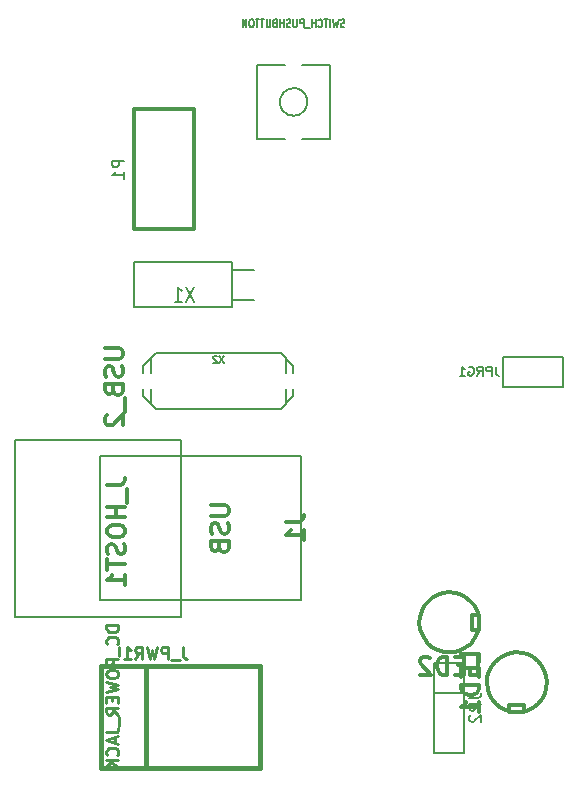
<source format=gbo>
G04 (created by PCBNEW-RS274X (2011-03-30 BZR 2932)-stable) date 28/04/2011 12:56:03 p.m.*
G01*
G70*
G90*
%MOIN*%
G04 Gerber Fmt 3.4, Leading zero omitted, Abs format*
%FSLAX34Y34*%
G04 APERTURE LIST*
%ADD10C,0.006000*%
%ADD11C,0.008000*%
%ADD12C,0.007000*%
%ADD13C,0.005000*%
%ADD14C,0.015000*%
%ADD15C,0.012000*%
%ADD16C,0.005500*%
%ADD17C,0.010000*%
G04 APERTURE END LIST*
G54D10*
G54D11*
X11950Y-17050D02*
X11950Y-15550D01*
X11950Y-15550D02*
X08700Y-15550D01*
X08700Y-15550D02*
X08700Y-17050D01*
X08700Y-17050D02*
X11950Y-17050D01*
X12700Y-16800D02*
X11950Y-16800D01*
X12700Y-15800D02*
X11950Y-15800D01*
G54D12*
X12780Y-08980D02*
X12780Y-11420D01*
X12780Y-11420D02*
X13724Y-11420D01*
X12780Y-08980D02*
X13724Y-08980D01*
X15220Y-11420D02*
X15220Y-08980D01*
X15220Y-08980D02*
X14276Y-08980D01*
X15220Y-11420D02*
X14276Y-11420D01*
G54D11*
X14456Y-10200D02*
X14447Y-10288D01*
X14421Y-10373D01*
X14379Y-10452D01*
X14323Y-10521D01*
X14254Y-10578D01*
X14176Y-10620D01*
X14091Y-10646D01*
X14003Y-10655D01*
X13915Y-10647D01*
X13830Y-10622D01*
X13751Y-10581D01*
X13681Y-10525D01*
X13624Y-10457D01*
X13581Y-10379D01*
X13554Y-10294D01*
X13545Y-10206D01*
X13552Y-10118D01*
X13577Y-10033D01*
X13617Y-09953D01*
X13672Y-09884D01*
X13740Y-09826D01*
X13818Y-09783D01*
X13903Y-09755D01*
X13991Y-09745D01*
X14079Y-09751D01*
X14164Y-09775D01*
X14244Y-09815D01*
X14314Y-09870D01*
X14372Y-09938D01*
X14416Y-10015D01*
X14444Y-10099D01*
X14455Y-10188D01*
X14456Y-10200D01*
G54D13*
X07550Y-26800D02*
X07550Y-22000D01*
X07550Y-22000D02*
X14250Y-22000D01*
X14250Y-22000D02*
X14250Y-26800D01*
X14250Y-26800D02*
X07550Y-26800D01*
G54D14*
X07900Y-32400D02*
X07600Y-32400D01*
X07600Y-32400D02*
X07600Y-29000D01*
X07600Y-29000D02*
X07900Y-29000D01*
X09100Y-32400D02*
X09100Y-29000D01*
X12900Y-32400D02*
X12900Y-29000D01*
X07900Y-29000D02*
X12900Y-29000D01*
X07900Y-32400D02*
X12900Y-32400D01*
G54D10*
X23000Y-19700D02*
X23000Y-18700D01*
X23000Y-18700D02*
X21000Y-18700D01*
X21000Y-18700D02*
X21000Y-19700D01*
X21000Y-19700D02*
X23000Y-19700D01*
X19700Y-28900D02*
X18700Y-28900D01*
X18700Y-28900D02*
X18700Y-31900D01*
X18700Y-31900D02*
X19700Y-31900D01*
X19700Y-31900D02*
X19700Y-28900D01*
X18700Y-29900D02*
X19700Y-29900D01*
G54D11*
X13587Y-20425D02*
X14000Y-20012D01*
X14000Y-20012D02*
X14000Y-19776D01*
X13587Y-18575D02*
X14000Y-18988D01*
X14000Y-18988D02*
X14000Y-19224D01*
X09413Y-20425D02*
X09000Y-20012D01*
X09000Y-20012D02*
X09000Y-19776D01*
X09413Y-18575D02*
X09000Y-18988D01*
X09000Y-18988D02*
X09000Y-19224D01*
X13587Y-18575D02*
X09413Y-18575D01*
X13587Y-20425D02*
X09413Y-20425D01*
X13744Y-20268D02*
X13744Y-19776D01*
X13744Y-18732D02*
X13744Y-19224D01*
X09256Y-18732D02*
X09256Y-19224D01*
X09256Y-20268D02*
X09256Y-19776D01*
X09413Y-20425D02*
X09256Y-20268D01*
X13744Y-20268D02*
X13587Y-20425D01*
X13587Y-18575D02*
X13744Y-18732D01*
X09413Y-18575D02*
X09256Y-18732D01*
G54D15*
X08700Y-10450D02*
X08700Y-14450D01*
X08700Y-14450D02*
X10700Y-14450D01*
X10700Y-14450D02*
X10700Y-10450D01*
X10700Y-10450D02*
X08700Y-10450D01*
G54D13*
X10253Y-21459D02*
X04703Y-21459D01*
X04703Y-27359D02*
X10253Y-27359D01*
X10253Y-21459D02*
X10253Y-27359D01*
X04703Y-21459D02*
X04703Y-27359D01*
G54D15*
X20200Y-27550D02*
X20180Y-27744D01*
X20124Y-27931D01*
X20032Y-28103D01*
X19909Y-28254D01*
X19759Y-28379D01*
X19587Y-28471D01*
X19401Y-28529D01*
X19206Y-28549D01*
X19013Y-28532D01*
X18826Y-28477D01*
X18653Y-28386D01*
X18501Y-28264D01*
X18375Y-28114D01*
X18281Y-27943D01*
X18222Y-27757D01*
X18201Y-27563D01*
X18217Y-27370D01*
X18271Y-27182D01*
X18360Y-27009D01*
X18481Y-26856D01*
X18630Y-26729D01*
X18800Y-26634D01*
X18986Y-26574D01*
X19180Y-26551D01*
X19373Y-26566D01*
X19561Y-26618D01*
X19735Y-26706D01*
X19889Y-26826D01*
X20017Y-26974D01*
X20113Y-27144D01*
X20175Y-27329D01*
X20199Y-27523D01*
X20200Y-27550D01*
X20200Y-27800D02*
X19950Y-27800D01*
X19950Y-27800D02*
X19950Y-27300D01*
X19950Y-27300D02*
X20200Y-27300D01*
X22450Y-29550D02*
X22430Y-29744D01*
X22374Y-29931D01*
X22282Y-30103D01*
X22159Y-30254D01*
X22009Y-30379D01*
X21837Y-30471D01*
X21651Y-30529D01*
X21456Y-30549D01*
X21263Y-30532D01*
X21076Y-30477D01*
X20903Y-30386D01*
X20751Y-30264D01*
X20625Y-30114D01*
X20531Y-29943D01*
X20472Y-29757D01*
X20451Y-29563D01*
X20467Y-29370D01*
X20521Y-29182D01*
X20610Y-29009D01*
X20731Y-28856D01*
X20880Y-28729D01*
X21050Y-28634D01*
X21236Y-28574D01*
X21430Y-28551D01*
X21623Y-28566D01*
X21811Y-28618D01*
X21985Y-28706D01*
X22139Y-28826D01*
X22267Y-28974D01*
X22363Y-29144D01*
X22425Y-29329D01*
X22449Y-29523D01*
X22450Y-29550D01*
X21200Y-30550D02*
X21200Y-30300D01*
X21200Y-30300D02*
X21700Y-30300D01*
X21700Y-30300D02*
X21700Y-30550D01*
G54D10*
X10674Y-16352D02*
X10407Y-16852D01*
X10407Y-16352D02*
X10674Y-16852D01*
X10045Y-16852D02*
X10274Y-16852D01*
X10160Y-16852D02*
X10160Y-16352D01*
X10198Y-16424D01*
X10236Y-16471D01*
X10274Y-16495D01*
G54D16*
X15702Y-07693D02*
X15671Y-07705D01*
X15618Y-07705D01*
X15597Y-07693D01*
X15587Y-07680D01*
X15576Y-07656D01*
X15576Y-07631D01*
X15587Y-07606D01*
X15597Y-07594D01*
X15618Y-07581D01*
X15660Y-07569D01*
X15681Y-07557D01*
X15692Y-07544D01*
X15702Y-07520D01*
X15702Y-07495D01*
X15692Y-07470D01*
X15681Y-07458D01*
X15660Y-07445D01*
X15608Y-07445D01*
X15576Y-07458D01*
X15503Y-07445D02*
X15450Y-07705D01*
X15408Y-07520D01*
X15366Y-07705D01*
X15314Y-07445D01*
X15231Y-07705D02*
X15231Y-07445D01*
X15157Y-07445D02*
X15031Y-07445D01*
X15094Y-07705D02*
X15094Y-07445D01*
X14832Y-07680D02*
X14842Y-07693D01*
X14874Y-07705D01*
X14895Y-07705D01*
X14926Y-07693D01*
X14947Y-07668D01*
X14958Y-07643D01*
X14968Y-07594D01*
X14968Y-07557D01*
X14958Y-07507D01*
X14947Y-07482D01*
X14926Y-07458D01*
X14895Y-07445D01*
X14874Y-07445D01*
X14842Y-07458D01*
X14832Y-07470D01*
X14738Y-07705D02*
X14738Y-07445D01*
X14738Y-07569D02*
X14612Y-07569D01*
X14612Y-07705D02*
X14612Y-07445D01*
X14560Y-07730D02*
X14392Y-07730D01*
X14340Y-07705D02*
X14340Y-07445D01*
X14256Y-07445D01*
X14235Y-07458D01*
X14224Y-07470D01*
X14214Y-07495D01*
X14214Y-07532D01*
X14224Y-07557D01*
X14235Y-07569D01*
X14256Y-07581D01*
X14340Y-07581D01*
X14120Y-07445D02*
X14120Y-07656D01*
X14109Y-07680D01*
X14099Y-07693D01*
X14078Y-07705D01*
X14036Y-07705D01*
X14015Y-07693D01*
X14004Y-07680D01*
X13994Y-07656D01*
X13994Y-07445D01*
X13900Y-07693D02*
X13869Y-07705D01*
X13816Y-07705D01*
X13795Y-07693D01*
X13785Y-07680D01*
X13774Y-07656D01*
X13774Y-07631D01*
X13785Y-07606D01*
X13795Y-07594D01*
X13816Y-07581D01*
X13858Y-07569D01*
X13879Y-07557D01*
X13890Y-07544D01*
X13900Y-07520D01*
X13900Y-07495D01*
X13890Y-07470D01*
X13879Y-07458D01*
X13858Y-07445D01*
X13806Y-07445D01*
X13774Y-07458D01*
X13680Y-07705D02*
X13680Y-07445D01*
X13680Y-07569D02*
X13554Y-07569D01*
X13554Y-07705D02*
X13554Y-07445D01*
X13376Y-07569D02*
X13345Y-07581D01*
X13334Y-07594D01*
X13324Y-07619D01*
X13324Y-07656D01*
X13334Y-07680D01*
X13345Y-07693D01*
X13366Y-07705D01*
X13450Y-07705D01*
X13450Y-07445D01*
X13376Y-07445D01*
X13355Y-07458D01*
X13345Y-07470D01*
X13334Y-07495D01*
X13334Y-07520D01*
X13345Y-07544D01*
X13355Y-07557D01*
X13376Y-07569D01*
X13450Y-07569D01*
X13230Y-07445D02*
X13230Y-07656D01*
X13219Y-07680D01*
X13209Y-07693D01*
X13188Y-07705D01*
X13146Y-07705D01*
X13125Y-07693D01*
X13114Y-07680D01*
X13104Y-07656D01*
X13104Y-07445D01*
X13031Y-07445D02*
X12905Y-07445D01*
X12968Y-07705D02*
X12968Y-07445D01*
X12863Y-07445D02*
X12737Y-07445D01*
X12800Y-07705D02*
X12800Y-07445D01*
X12622Y-07445D02*
X12580Y-07445D01*
X12559Y-07458D01*
X12538Y-07482D01*
X12527Y-07532D01*
X12527Y-07619D01*
X12538Y-07668D01*
X12559Y-07693D01*
X12580Y-07705D01*
X12622Y-07705D01*
X12643Y-07693D01*
X12664Y-07668D01*
X12674Y-07619D01*
X12674Y-07532D01*
X12664Y-07482D01*
X12643Y-07458D01*
X12622Y-07445D01*
X12434Y-07705D02*
X12434Y-07445D01*
X12308Y-07705D01*
X12308Y-07445D01*
G54D15*
X13743Y-24200D02*
X14171Y-24200D01*
X14257Y-24172D01*
X14314Y-24115D01*
X14343Y-24029D01*
X14343Y-23972D01*
X14343Y-24800D02*
X14343Y-24457D01*
X14343Y-24629D02*
X13743Y-24629D01*
X13829Y-24572D01*
X13886Y-24514D01*
X13914Y-24457D01*
X11243Y-23643D02*
X11729Y-23643D01*
X11786Y-23671D01*
X11814Y-23700D01*
X11843Y-23757D01*
X11843Y-23871D01*
X11814Y-23929D01*
X11786Y-23957D01*
X11729Y-23986D01*
X11243Y-23986D01*
X11814Y-24243D02*
X11843Y-24329D01*
X11843Y-24472D01*
X11814Y-24529D01*
X11786Y-24558D01*
X11729Y-24586D01*
X11671Y-24586D01*
X11614Y-24558D01*
X11586Y-24529D01*
X11557Y-24472D01*
X11529Y-24358D01*
X11500Y-24300D01*
X11471Y-24272D01*
X11414Y-24243D01*
X11357Y-24243D01*
X11300Y-24272D01*
X11271Y-24300D01*
X11243Y-24358D01*
X11243Y-24500D01*
X11271Y-24586D01*
X11529Y-25043D02*
X11557Y-25129D01*
X11586Y-25157D01*
X11643Y-25186D01*
X11729Y-25186D01*
X11786Y-25157D01*
X11814Y-25129D01*
X11843Y-25071D01*
X11843Y-24843D01*
X11243Y-24843D01*
X11243Y-25043D01*
X11271Y-25100D01*
X11300Y-25129D01*
X11357Y-25157D01*
X11414Y-25157D01*
X11471Y-25129D01*
X11500Y-25100D01*
X11529Y-25043D01*
X11529Y-24843D01*
G54D17*
X10314Y-28362D02*
X10314Y-28648D01*
X10334Y-28705D01*
X10372Y-28743D01*
X10429Y-28762D01*
X10467Y-28762D01*
X10219Y-28800D02*
X09914Y-28800D01*
X09819Y-28762D02*
X09819Y-28362D01*
X09666Y-28362D01*
X09628Y-28381D01*
X09609Y-28400D01*
X09590Y-28438D01*
X09590Y-28495D01*
X09609Y-28533D01*
X09628Y-28552D01*
X09666Y-28571D01*
X09819Y-28571D01*
X09457Y-28362D02*
X09362Y-28762D01*
X09285Y-28476D01*
X09209Y-28762D01*
X09114Y-28362D01*
X08733Y-28762D02*
X08867Y-28571D01*
X08962Y-28762D02*
X08962Y-28362D01*
X08809Y-28362D01*
X08771Y-28381D01*
X08752Y-28400D01*
X08733Y-28438D01*
X08733Y-28495D01*
X08752Y-28533D01*
X08771Y-28552D01*
X08809Y-28571D01*
X08962Y-28571D01*
X08352Y-28762D02*
X08581Y-28762D01*
X08467Y-28762D02*
X08467Y-28362D01*
X08505Y-28419D01*
X08543Y-28457D01*
X08581Y-28476D01*
X08162Y-27647D02*
X07762Y-27647D01*
X07762Y-27742D01*
X07781Y-27800D01*
X07819Y-27838D01*
X07857Y-27857D01*
X07933Y-27876D01*
X07990Y-27876D01*
X08067Y-27857D01*
X08105Y-27838D01*
X08143Y-27800D01*
X08162Y-27742D01*
X08162Y-27647D01*
X08124Y-28276D02*
X08143Y-28257D01*
X08162Y-28200D01*
X08162Y-28162D01*
X08143Y-28104D01*
X08105Y-28066D01*
X08067Y-28047D01*
X07990Y-28028D01*
X07933Y-28028D01*
X07857Y-28047D01*
X07819Y-28066D01*
X07781Y-28104D01*
X07762Y-28162D01*
X07762Y-28200D01*
X07781Y-28257D01*
X07800Y-28276D01*
X08200Y-28352D02*
X08200Y-28657D01*
X08162Y-28752D02*
X07762Y-28752D01*
X07762Y-28905D01*
X07781Y-28943D01*
X07800Y-28962D01*
X07838Y-28981D01*
X07895Y-28981D01*
X07933Y-28962D01*
X07952Y-28943D01*
X07971Y-28905D01*
X07971Y-28752D01*
X07762Y-29228D02*
X07762Y-29305D01*
X07781Y-29343D01*
X07819Y-29381D01*
X07895Y-29400D01*
X08029Y-29400D01*
X08105Y-29381D01*
X08143Y-29343D01*
X08162Y-29305D01*
X08162Y-29228D01*
X08143Y-29190D01*
X08105Y-29152D01*
X08029Y-29133D01*
X07895Y-29133D01*
X07819Y-29152D01*
X07781Y-29190D01*
X07762Y-29228D01*
X07762Y-29533D02*
X08162Y-29628D01*
X07876Y-29705D01*
X08162Y-29781D01*
X07762Y-29876D01*
X07952Y-30028D02*
X07952Y-30162D01*
X08162Y-30219D02*
X08162Y-30028D01*
X07762Y-30028D01*
X07762Y-30219D01*
X08162Y-30619D02*
X07971Y-30485D01*
X08162Y-30390D02*
X07762Y-30390D01*
X07762Y-30543D01*
X07781Y-30581D01*
X07800Y-30600D01*
X07838Y-30619D01*
X07895Y-30619D01*
X07933Y-30600D01*
X07952Y-30581D01*
X07971Y-30543D01*
X07971Y-30390D01*
X08200Y-30695D02*
X08200Y-31000D01*
X07762Y-31210D02*
X08048Y-31210D01*
X08105Y-31190D01*
X08143Y-31152D01*
X08162Y-31095D01*
X08162Y-31057D01*
X08048Y-31381D02*
X08048Y-31572D01*
X08162Y-31343D02*
X07762Y-31476D01*
X08162Y-31610D01*
X08124Y-31972D02*
X08143Y-31953D01*
X08162Y-31896D01*
X08162Y-31858D01*
X08143Y-31800D01*
X08105Y-31762D01*
X08067Y-31743D01*
X07990Y-31724D01*
X07933Y-31724D01*
X07857Y-31743D01*
X07819Y-31762D01*
X07781Y-31800D01*
X07762Y-31858D01*
X07762Y-31896D01*
X07781Y-31953D01*
X07800Y-31972D01*
X08162Y-32143D02*
X07762Y-32143D01*
X08162Y-32372D02*
X07933Y-32200D01*
X07762Y-32372D02*
X07990Y-32143D01*
G54D10*
X20750Y-19021D02*
X20750Y-19236D01*
X20764Y-19279D01*
X20793Y-19307D01*
X20836Y-19321D01*
X20864Y-19321D01*
X20607Y-19321D02*
X20607Y-19021D01*
X20492Y-19021D01*
X20464Y-19036D01*
X20449Y-19050D01*
X20435Y-19079D01*
X20435Y-19121D01*
X20449Y-19150D01*
X20464Y-19164D01*
X20492Y-19179D01*
X20607Y-19179D01*
X20135Y-19321D02*
X20235Y-19179D01*
X20307Y-19321D02*
X20307Y-19021D01*
X20192Y-19021D01*
X20164Y-19036D01*
X20149Y-19050D01*
X20135Y-19079D01*
X20135Y-19121D01*
X20149Y-19150D01*
X20164Y-19164D01*
X20192Y-19179D01*
X20307Y-19179D01*
X19849Y-19036D02*
X19878Y-19021D01*
X19921Y-19021D01*
X19964Y-19036D01*
X19992Y-19064D01*
X20007Y-19093D01*
X20021Y-19150D01*
X20021Y-19193D01*
X20007Y-19250D01*
X19992Y-19279D01*
X19964Y-19307D01*
X19921Y-19321D01*
X19892Y-19321D01*
X19849Y-19307D01*
X19835Y-19293D01*
X19835Y-19193D01*
X19892Y-19193D01*
X19549Y-19321D02*
X19721Y-19321D01*
X19635Y-19321D02*
X19635Y-19021D01*
X19664Y-19064D01*
X19692Y-19093D01*
X19721Y-19107D01*
X19862Y-30067D02*
X20148Y-30067D01*
X20205Y-30047D01*
X20243Y-30009D01*
X20262Y-29952D01*
X20262Y-29914D01*
X20262Y-30257D02*
X19862Y-30257D01*
X19862Y-30410D01*
X19881Y-30448D01*
X19900Y-30467D01*
X19938Y-30486D01*
X19995Y-30486D01*
X20033Y-30467D01*
X20052Y-30448D01*
X20071Y-30410D01*
X20071Y-30257D01*
X19900Y-30638D02*
X19881Y-30657D01*
X19862Y-30695D01*
X19862Y-30791D01*
X19881Y-30829D01*
X19900Y-30848D01*
X19938Y-30867D01*
X19976Y-30867D01*
X20033Y-30848D01*
X20262Y-30619D01*
X20262Y-30867D01*
G54D16*
X11679Y-18656D02*
X11532Y-18916D01*
X11532Y-18656D02*
X11679Y-18916D01*
X11458Y-18681D02*
X11448Y-18669D01*
X11427Y-18656D01*
X11374Y-18656D01*
X11353Y-18669D01*
X11343Y-18681D01*
X11332Y-18706D01*
X11332Y-18731D01*
X11343Y-18768D01*
X11469Y-18916D01*
X11332Y-18916D01*
G54D11*
X08362Y-12155D02*
X07962Y-12155D01*
X07962Y-12308D01*
X07981Y-12346D01*
X08000Y-12365D01*
X08038Y-12384D01*
X08095Y-12384D01*
X08133Y-12365D01*
X08152Y-12346D01*
X08171Y-12308D01*
X08171Y-12155D01*
X08362Y-12765D02*
X08362Y-12536D01*
X08362Y-12650D02*
X07962Y-12650D01*
X08019Y-12612D01*
X08057Y-12574D01*
X08076Y-12536D01*
G54D15*
X07793Y-22957D02*
X08221Y-22957D01*
X08307Y-22929D01*
X08364Y-22872D01*
X08393Y-22786D01*
X08393Y-22729D01*
X08450Y-23100D02*
X08450Y-23557D01*
X08393Y-23700D02*
X07793Y-23700D01*
X08079Y-23700D02*
X08079Y-24043D01*
X08393Y-24043D02*
X07793Y-24043D01*
X07793Y-24443D02*
X07793Y-24557D01*
X07821Y-24615D01*
X07879Y-24672D01*
X07993Y-24700D01*
X08193Y-24700D01*
X08307Y-24672D01*
X08364Y-24615D01*
X08393Y-24557D01*
X08393Y-24443D01*
X08364Y-24386D01*
X08307Y-24329D01*
X08193Y-24300D01*
X07993Y-24300D01*
X07879Y-24329D01*
X07821Y-24386D01*
X07793Y-24443D01*
X08364Y-24929D02*
X08393Y-25015D01*
X08393Y-25158D01*
X08364Y-25215D01*
X08336Y-25244D01*
X08279Y-25272D01*
X08221Y-25272D01*
X08164Y-25244D01*
X08136Y-25215D01*
X08107Y-25158D01*
X08079Y-25044D01*
X08050Y-24986D01*
X08021Y-24958D01*
X07964Y-24929D01*
X07907Y-24929D01*
X07850Y-24958D01*
X07821Y-24986D01*
X07793Y-25044D01*
X07793Y-25186D01*
X07821Y-25272D01*
X07793Y-25443D02*
X07793Y-25786D01*
X08393Y-25615D02*
X07793Y-25615D01*
X08393Y-26300D02*
X08393Y-25957D01*
X08393Y-26129D02*
X07793Y-26129D01*
X07879Y-26072D01*
X07936Y-26014D01*
X07964Y-25957D01*
X07714Y-18414D02*
X08200Y-18414D01*
X08257Y-18442D01*
X08285Y-18471D01*
X08314Y-18528D01*
X08314Y-18642D01*
X08285Y-18700D01*
X08257Y-18728D01*
X08200Y-18757D01*
X07714Y-18757D01*
X08285Y-19014D02*
X08314Y-19100D01*
X08314Y-19243D01*
X08285Y-19300D01*
X08257Y-19329D01*
X08200Y-19357D01*
X08142Y-19357D01*
X08085Y-19329D01*
X08057Y-19300D01*
X08028Y-19243D01*
X08000Y-19129D01*
X07971Y-19071D01*
X07942Y-19043D01*
X07885Y-19014D01*
X07828Y-19014D01*
X07771Y-19043D01*
X07742Y-19071D01*
X07714Y-19129D01*
X07714Y-19271D01*
X07742Y-19357D01*
X08000Y-19814D02*
X08028Y-19900D01*
X08057Y-19928D01*
X08114Y-19957D01*
X08200Y-19957D01*
X08257Y-19928D01*
X08285Y-19900D01*
X08314Y-19842D01*
X08314Y-19614D01*
X07714Y-19614D01*
X07714Y-19814D01*
X07742Y-19871D01*
X07771Y-19900D01*
X07828Y-19928D01*
X07885Y-19928D01*
X07942Y-19900D01*
X07971Y-19871D01*
X08000Y-19814D01*
X08000Y-19614D01*
X08371Y-20071D02*
X08371Y-20528D01*
X07771Y-20642D02*
X07742Y-20671D01*
X07714Y-20728D01*
X07714Y-20871D01*
X07742Y-20928D01*
X07771Y-20957D01*
X07828Y-20985D01*
X07885Y-20985D01*
X07971Y-20957D01*
X08314Y-20614D01*
X08314Y-20985D01*
X19871Y-29293D02*
X20157Y-29293D01*
X20157Y-28693D01*
X19671Y-28979D02*
X19471Y-28979D01*
X19385Y-29293D02*
X19671Y-29293D01*
X19671Y-28693D01*
X19385Y-28693D01*
X19128Y-29293D02*
X19128Y-28693D01*
X18985Y-28693D01*
X18900Y-28721D01*
X18842Y-28779D01*
X18814Y-28836D01*
X18785Y-28950D01*
X18785Y-29036D01*
X18814Y-29150D01*
X18842Y-29207D01*
X18900Y-29264D01*
X18985Y-29293D01*
X19128Y-29293D01*
X18557Y-28750D02*
X18528Y-28721D01*
X18471Y-28693D01*
X18328Y-28693D01*
X18271Y-28721D01*
X18242Y-28750D01*
X18214Y-28807D01*
X18214Y-28864D01*
X18242Y-28950D01*
X18585Y-29293D01*
X18214Y-29293D01*
X20193Y-28879D02*
X20193Y-28593D01*
X19593Y-28593D01*
X19879Y-29079D02*
X19879Y-29279D01*
X20193Y-29365D02*
X20193Y-29079D01*
X19593Y-29079D01*
X19593Y-29365D01*
X20193Y-29622D02*
X19593Y-29622D01*
X19593Y-29765D01*
X19621Y-29850D01*
X19679Y-29908D01*
X19736Y-29936D01*
X19850Y-29965D01*
X19936Y-29965D01*
X20050Y-29936D01*
X20107Y-29908D01*
X20164Y-29850D01*
X20193Y-29765D01*
X20193Y-29622D01*
X20193Y-30536D02*
X20193Y-30193D01*
X20193Y-30365D02*
X19593Y-30365D01*
X19679Y-30308D01*
X19736Y-30250D01*
X19764Y-30193D01*
M02*

</source>
